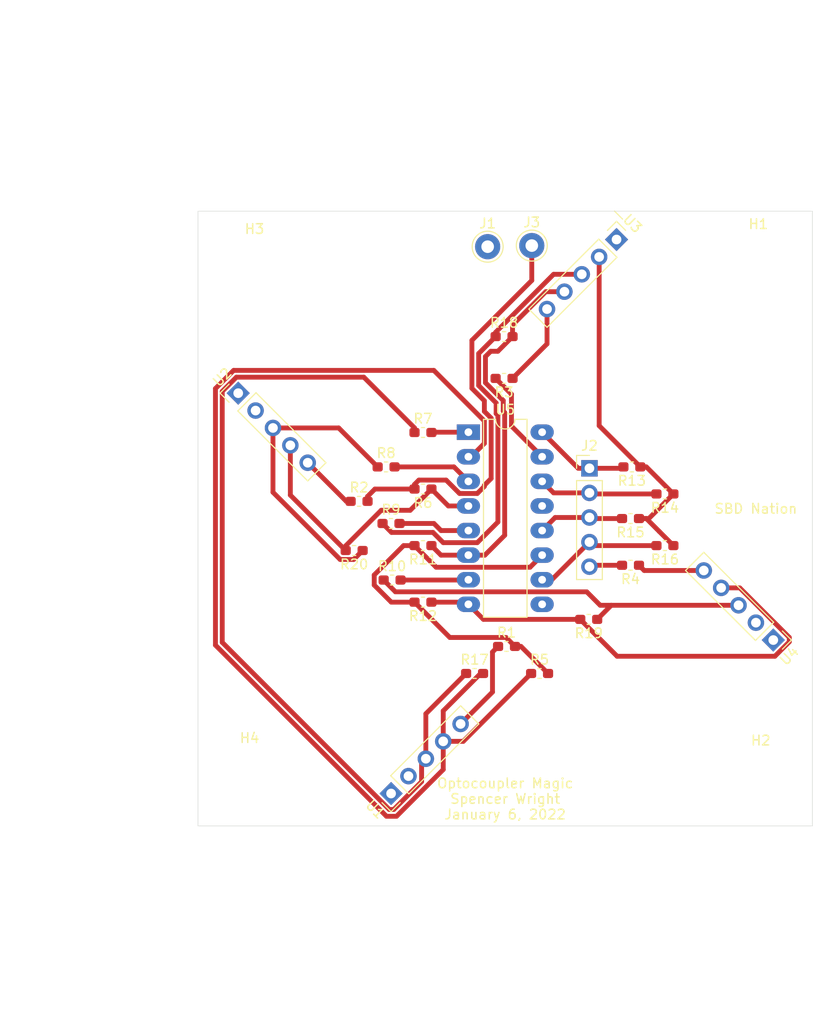
<source format=kicad_pcb>
(kicad_pcb (version 20211014) (generator pcbnew)
  (layers (0 "F.Cu" signal) (1 "In1.Cu" power "PWR") (2 "In2.Cu" power "GND") (31 "B.Cu" signal) (34 "B.Paste" user) (35 "F.Paste" user) (36 "B.SilkS" user "B.Silkscreen") (37 "F.SilkS" user "F.Silkscreen") (38 "B.Mask" user) (39 "F.Mask" user) (44 "Edge.Cuts" user))
  (net 0 "")
  (net 1 "VCC")
  (net 2 "GND")
  (net 3 "/INT_0")
  (net 4 "/INT_1")
  (net 5 "/INT_2")
  (net 6 "/INT_3")
  (net 7 "Net-(R1-Pad1)")
  (net 8 "Net-(R2-Pad1)")
  (net 9 "Net-(R3-Pad1)")
  (net 10 "Net-(R4-Pad1)")
  (net 11 "/OUT_1_N")
  (net 12 "/OUT_2_N")
  (net 13 "Net-(R7-Pad2)")
  (net 14 "/OUT_1_P")
  (net 15 "/OUT_2_P")
  (net 16 "Net-(R8-Pad2)")
  (net 17 "Net-(R9-Pad2)")
  (net 18 "/OUT_3_P")
  (net 19 "/OUT_4_P")
  (net 20 "Net-(R10-Pad2)")
  (net 21 "/OUT_3_N")
  (net 22 "/OUT_4_N")
  (footprint "Connector_PinHeader_2.54mm:PinHeader_1x05_P2.54mm_Vertical" (layer "F.Cu") (at 136.98 77.36)
    (fp_text reference "J2" (at 0 -2.33) (layer "F.SilkS"))
    (fp_text value "Conn_01x05_Male")
    (fp_line (start -1.33 1.27) (end -1.33 11.49) (layer "F.SilkS") (width 0.12))
    (fp_line (start -1.33 11.49) (end 1.33 11.49) (layer "F.SilkS") (width 0.12))
    (fp_line (start 1.33 1.27) (end 1.33 11.49) (layer "F.SilkS") (width 0.12))
    (fp_line (start -1.33 1.27) (end 1.33 1.27) (layer "F.SilkS") (width 0.12))
    (fp_line (start -1.33 0) (end -1.33 -1.33) (layer "F.SilkS") (width 0.12))
    (fp_line (start -1.33 -1.33) (end 0 -1.33) (layer "F.SilkS") (width 0.12))
    (pad "1" thru_hole rect locked (at 0 0) (size 1.7 1.7) (drill 1) (layers *.Cu *.Mask) (net 3 "/INT_0"))
    (pad "2" thru_hole oval locked (at 0 2.54) (size 1.7 1.7) (drill 1) (layers *.Cu *.Mask) (net 4 "/INT_1"))
    (pad "3" thru_hole oval locked (at 0 5.08) (size 1.7 1.7) (drill 1) (layers *.Cu *.Mask) (net 5 "/INT_2"))
    (pad "4" thru_hole oval locked (at 0 7.62) (size 1.7 1.7) (drill 1) (layers *.Cu *.Mask) (net 6 "/INT_3"))
    (pad "5" thru_hole oval locked (at 0 10.16) (size 1.7 1.7) (drill 1) (layers *.Cu *.Mask) (net 2 "GND"))
  )
  (footprint "Resistor_SMD:R_0603_1608Metric_Pad1.05x0.95mm_HandSolder" (layer "F.Cu") (at 128.411 95.758)
    (fp_text reference "R1" (at 0 -1.43) (layer "F.SilkS"))
    (fp_text value "DNI")
    (fp_line (start -0.171267 -0.51) (end 0.171267 -0.51) (layer "F.SilkS") (width 0.12))
    (fp_line (start -0.171267 0.51) (end 0.171267 0.51) (layer "F.SilkS") (width 0.12))
    (pad "1" smd roundrect locked (at -0.875 0) (size 1.05 0.95) (layers "F.Cu" "F.Paste" "F.Mask") (net 7 "Net-(R1-Pad1)"))
    (pad "2" smd roundrect locked (at 0.875 0) (size 1.05 0.95) (layers "F.Cu" "F.Paste" "F.Mask") (net 2 "GND"))
  )
  (footprint "Resistor_SMD:R_0603_1608Metric_Pad1.05x0.95mm_HandSolder" (layer "F.Cu") (at 113.171 80.772)
    (fp_text reference "R2" (at 0 -1.43) (layer "F.SilkS"))
    (fp_text value "DNI")
    (fp_line (start -0.171267 -0.51) (end 0.171267 -0.51) (layer "F.SilkS") (width 0.12))
    (fp_line (start -0.171267 0.51) (end 0.171267 0.51) (layer "F.SilkS") (width 0.12))
    (pad "1" smd roundrect locked (at -0.875 0) (size 1.05 0.95) (layers "F.Cu" "F.Paste" "F.Mask") (net 8 "Net-(R2-Pad1)"))
    (pad "2" smd roundrect locked (at 0.875 0) (size 1.05 0.95) (layers "F.Cu" "F.Paste" "F.Mask") (net 2 "GND"))
  )
  (footprint "Resistor_SMD:R_0603_1608Metric_Pad1.05x0.95mm_HandSolder" (layer "F.Cu") (at 128.157 68.072 180)
    (fp_text reference "R3" (at 0 -1.43) (layer "F.SilkS"))
    (fp_text value "DNI")
    (fp_line (start -0.171267 0.51) (end 0.171267 0.51) (layer "F.SilkS") (width 0.12))
    (fp_line (start -0.171267 -0.51) (end 0.171267 -0.51) (layer "F.SilkS") (width 0.12))
    (pad "1" smd roundrect locked (at -0.875 0 180) (size 1.05 0.95) (layers "F.Cu" "F.Paste" "F.Mask") (net 9 "Net-(R3-Pad1)"))
    (pad "2" smd roundrect locked (at 0.875 0 180) (size 1.05 0.95) (layers "F.Cu" "F.Paste" "F.Mask") (net 2 "GND"))
  )
  (footprint "Resistor_SMD:R_0603_1608Metric_Pad1.05x0.95mm_HandSolder" (layer "F.Cu") (at 141.224 87.376 180)
    (fp_text reference "R4" (at 0 -1.43) (layer "F.SilkS"))
    (fp_text value "DNI")
    (fp_line (start -0.171267 -0.51) (end 0.171267 -0.51) (layer "F.SilkS") (width 0.12))
    (fp_line (start -0.171267 0.51) (end 0.171267 0.51) (layer "F.SilkS") (width 0.12))
    (pad "1" smd roundrect locked (at -0.875 0 180) (size 1.05 0.95) (layers "F.Cu" "F.Paste" "F.Mask") (net 10 "Net-(R4-Pad1)"))
    (pad "2" smd roundrect locked (at 0.875 0 180) (size 1.05 0.95) (layers "F.Cu" "F.Paste" "F.Mask") (net 2 "GND"))
  )
  (footprint "Resistor_SMD:R_0603_1608Metric_Pad1.05x0.95mm_HandSolder" (layer "F.Cu") (at 131.826 98.552)
    (fp_text reference "R5" (at 0 -1.43) (layer "F.SilkS"))
    (fp_text value "DNI")
    (fp_line (start -0.171267 0.51) (end 0.171267 0.51) (layer "F.SilkS") (width 0.12))
    (fp_line (start -0.171267 -0.51) (end 0.171267 -0.51) (layer "F.SilkS") (width 0.12))
    (pad "1" smd roundrect locked (at -0.875 0) (size 1.05 0.95) (layers "F.Cu" "F.Paste" "F.Mask") (net 11 "/OUT_1_N"))
    (pad "2" smd roundrect locked (at 0.875 0) (size 1.05 0.95) (layers "F.Cu" "F.Paste" "F.Mask") (net 2 "GND"))
  )
  (footprint "Resistor_SMD:R_0603_1608Metric_Pad1.05x0.95mm_HandSolder" (layer "F.Cu") (at 119.775 79.502 180)
    (fp_text reference "R6" (at 0 -1.43) (layer "F.SilkS"))
    (fp_text value "DNI")
    (fp_line (start -0.171267 -0.51) (end 0.171267 -0.51) (layer "F.SilkS") (width 0.12))
    (fp_line (start -0.171267 0.51) (end 0.171267 0.51) (layer "F.SilkS") (width 0.12))
    (pad "1" smd roundrect locked (at -0.875 0 180) (size 1.05 0.95) (layers "F.Cu" "F.Paste" "F.Mask") (net 12 "/OUT_2_N"))
    (pad "2" smd roundrect locked (at 0.875 0 180) (size 1.05 0.95) (layers "F.Cu" "F.Paste" "F.Mask") (net 2 "GND"))
  )
  (footprint "Resistor_SMD:R_0603_1608Metric_Pad1.05x0.95mm_HandSolder" (layer "F.Cu") (at 119.775 73.66)
    (fp_text reference "R7" (at 0 -1.43) (layer "F.SilkS"))
    (fp_text value "1k")
    (fp_line (start -0.171267 -0.51) (end 0.171267 -0.51) (layer "F.SilkS") (width 0.12))
    (fp_line (start -0.171267 0.51) (end 0.171267 0.51) (layer "F.SilkS") (width 0.12))
    (pad "1" smd roundrect locked (at -0.875 0) (size 1.05 0.95) (layers "F.Cu" "F.Paste" "F.Mask") (net 14 "/OUT_1_P"))
    (pad "2" smd roundrect locked (at 0.875 0) (size 1.05 0.95) (layers "F.Cu" "F.Paste" "F.Mask") (net 13 "Net-(R7-Pad2)"))
  )
  (footprint "Resistor_SMD:R_0603_1608Metric_Pad1.05x0.95mm_HandSolder" (layer "F.Cu") (at 115.965 77.216)
    (fp_text reference "R8" (at 0 -1.43) (layer "F.SilkS"))
    (fp_text value "1k")
    (fp_line (start -0.171267 -0.51) (end 0.171267 -0.51) (layer "F.SilkS") (width 0.12))
    (fp_line (start -0.171267 0.51) (end 0.171267 0.51) (layer "F.SilkS") (width 0.12))
    (pad "1" smd roundrect locked (at -0.875 0) (size 1.05 0.95) (layers "F.Cu" "F.Paste" "F.Mask") (net 15 "/OUT_2_P"))
    (pad "2" smd roundrect locked (at 0.875 0) (size 1.05 0.95) (layers "F.Cu" "F.Paste" "F.Mask") (net 16 "Net-(R8-Pad2)"))
  )
  (footprint "Resistor_SMD:R_0603_1608Metric_Pad1.05x0.95mm_HandSolder" (layer "F.Cu") (at 116.473 83.058)
    (fp_text reference "R9" (at 0 -1.43) (layer "F.SilkS"))
    (fp_text value "1k")
    (fp_line (start -0.171267 0.51) (end 0.171267 0.51) (layer "F.SilkS") (width 0.12))
    (fp_line (start -0.171267 -0.51) (end 0.171267 -0.51) (layer "F.SilkS") (width 0.12))
    (pad "1" smd roundrect locked (at -0.875 0) (size 1.05 0.95) (layers "F.Cu" "F.Paste" "F.Mask") (net 18 "/OUT_3_P"))
    (pad "2" smd roundrect locked (at 0.875 0) (size 1.05 0.95) (layers "F.Cu" "F.Paste" "F.Mask") (net 17 "Net-(R9-Pad2)"))
  )
  (footprint "Resistor_SMD:R_0603_1608Metric_Pad1.05x0.95mm_HandSolder" (layer "F.Cu") (at 116.586 88.9)
    (fp_text reference "R10" (at 0 -1.43) (layer "F.SilkS"))
    (fp_text value "1k")
    (fp_line (start -0.171267 0.51) (end 0.171267 0.51) (layer "F.SilkS") (width 0.12))
    (fp_line (start -0.171267 -0.51) (end 0.171267 -0.51) (layer "F.SilkS") (width 0.12))
    (pad "1" smd roundrect locked (at -0.875 0) (size 1.05 0.95) (layers "F.Cu" "F.Paste" "F.Mask") (net 19 "/OUT_4_P"))
    (pad "2" smd roundrect locked (at 0.875 0) (size 1.05 0.95) (layers "F.Cu" "F.Paste" "F.Mask") (net 20 "Net-(R10-Pad2)"))
  )
  (footprint "Resistor_SMD:R_0603_1608Metric_Pad1.05x0.95mm_HandSolder" (layer "F.Cu") (at 119.775 85.344 180)
    (fp_text reference "R11" (at 0 -1.43) (layer "F.SilkS"))
    (fp_text value "DNI")
    (fp_line (start -0.171267 0.51) (end 0.171267 0.51) (layer "F.SilkS") (width 0.12))
    (fp_line (start -0.171267 -0.51) (end 0.171267 -0.51) (layer "F.SilkS") (width 0.12))
    (pad "1" smd roundrect locked (at -0.875 0 180) (size 1.05 0.95) (layers "F.Cu" "F.Paste" "F.Mask") (net 21 "/OUT_3_N"))
    (pad "2" smd roundrect locked (at 0.875 0 180) (size 1.05 0.95) (layers "F.Cu" "F.Paste" "F.Mask") (net 2 "GND"))
  )
  (footprint "Resistor_SMD:R_0603_1608Metric_Pad1.05x0.95mm_HandSolder" (layer "F.Cu") (at 119.775 91.186 180)
    (fp_text reference "R12" (at 0 -1.43) (layer "F.SilkS"))
    (fp_text value "DNI")
    (fp_line (start -0.171267 0.51) (end 0.171267 0.51) (layer "F.SilkS") (width 0.12))
    (fp_line (start -0.171267 -0.51) (end 0.171267 -0.51) (layer "F.SilkS") (width 0.12))
    (pad "1" smd roundrect locked (at -0.875 0 180) (size 1.05 0.95) (layers "F.Cu" "F.Paste" "F.Mask") (net 22 "/OUT_4_N"))
    (pad "2" smd roundrect locked (at 0.875 0 180) (size 1.05 0.95) (layers "F.Cu" "F.Paste" "F.Mask") (net 2 "GND"))
  )
  (footprint "Resistor_SMD:R_0603_1608Metric_Pad1.05x0.95mm_HandSolder" (layer "F.Cu") (at 141.365 77.216 180)
    (fp_text reference "R13" (at 0 -1.43) (layer "F.SilkS"))
    (fp_text value "10k")
    (fp_line (start -0.171267 -0.51) (end 0.171267 -0.51) (layer "F.SilkS") (width 0.12))
    (fp_line (start -0.171267 0.51) (end 0.171267 0.51) (layer "F.SilkS") (width 0.12))
    (pad "1" smd roundrect locked (at -0.875 0 180) (size 1.05 0.95) (layers "F.Cu" "F.Paste" "F.Mask") (net 1 "VCC"))
    (pad "2" smd roundrect locked (at 0.875 0 180) (size 1.05 0.95) (layers "F.Cu" "F.Paste" "F.Mask") (net 3 "/INT_0"))
  )
  (footprint "Resistor_SMD:R_0603_1608Metric_Pad1.05x0.95mm_HandSolder" (layer "F.Cu") (at 144.78 80.01 180)
    (fp_text reference "R14" (at 0 -1.43) (layer "F.SilkS"))
    (fp_text value "10k")
    (fp_line (start -0.171267 -0.51) (end 0.171267 -0.51) (layer "F.SilkS") (width 0.12))
    (fp_line (start -0.171267 0.51) (end 0.171267 0.51) (layer "F.SilkS") (width 0.12))
    (pad "1" smd roundrect locked (at -0.875 0 180) (size 1.05 0.95) (layers "F.Cu" "F.Paste" "F.Mask") (net 1 "VCC"))
    (pad "2" smd roundrect locked (at 0.875 0 180) (size 1.05 0.95) (layers "F.Cu" "F.Paste" "F.Mask") (net 4 "/INT_1"))
  )
  (footprint "Resistor_SMD:R_0603_1608Metric_Pad1.05x0.95mm_HandSolder" (layer "F.Cu") (at 141.224 82.55 180)
    (fp_text reference "R15" (at 0 -1.43) (layer "F.SilkS"))
    (fp_text value "10k")
    (fp_line (start -0.171267 -0.51) (end 0.171267 -0.51) (layer "F.SilkS") (width 0.12))
    (fp_line (start -0.171267 0.51) (end 0.171267 0.51) (layer "F.SilkS") (width 0.12))
    (pad "1" smd roundrect locked (at -0.875 0 180) (size 1.05 0.95) (layers "F.Cu" "F.Paste" "F.Mask") (net 1 "VCC"))
    (pad "2" smd roundrect locked (at 0.875 0 180) (size 1.05 0.95) (layers "F.Cu" "F.Paste" "F.Mask") (net 5 "/INT_2"))
  )
  (footprint "Resistor_SMD:R_0603_1608Metric_Pad1.05x0.95mm_HandSolder" (layer "F.Cu") (at 144.78 85.344 180)
    (fp_text reference "R16" (at 0 -1.43) (layer "F.SilkS"))
    (fp_text value "10k")
    (fp_line (start -0.171267 -0.51) (end 0.171267 -0.51) (layer "F.SilkS") (width 0.12))
    (fp_line (start -0.171267 0.51) (end 0.171267 0.51) (layer "F.SilkS") (width 0.12))
    (pad "1" smd roundrect locked (at -0.875 0 180) (size 1.05 0.95) (layers "F.Cu" "F.Paste" "F.Mask") (net 1 "VCC"))
    (pad "2" smd roundrect locked (at 0.875 0 180) (size 1.05 0.95) (layers "F.Cu" "F.Paste" "F.Mask") (net 6 "/INT_3"))
  )
  (footprint "Connector_PinHeader_2.54mm:PinHeader_1x05_P2.54mm_Vertical" (layer "F.Cu") (at 116.48 110.95 135)
    (fp_text reference "U1" (at 0 -2.33 135) (layer "F.SilkS"))
    (fp_text value "receiver_433MHz")
    (fp_line (start -1.33 11.49) (end 1.33 11.49) (layer "F.SilkS") (width 0.12))
    (fp_line (start -1.33 1.27) (end -1.33 11.49) (layer "F.SilkS") (width 0.12))
    (fp_line (start 1.33 1.27) (end 1.33 11.49) (layer "F.SilkS") (width 0.12))
    (fp_line (start -1.33 0) (end -1.33 -1.33) (layer "F.SilkS") (width 0.12))
    (fp_line (start -1.33 -1.33) (end 0 -1.33) (layer "F.SilkS") (width 0.12))
    (fp_line (start -1.33 1.27) (end 1.33 1.27) (layer "F.SilkS") (width 0.12))
    (pad "1" thru_hole rect locked (at 0 0 135) (size 1.7 1.7) (drill 1) (layers *.Cu *.Mask) (net 2 "GND"))
    (pad "2" thru_hole oval locked (at 0 2.54 135) (size 1.7 1.7) (drill 1) (layers *.Cu *.Mask) (net 1 "VCC"))
    (pad "3" thru_hole oval locked (at 0 5.08 135) (size 1.7 1.7) (drill 1) (layers *.Cu *.Mask) (net 14 "/OUT_1_P"))
    (pad "4" thru_hole oval locked (at 0 7.62 135) (size 1.7 1.7) (drill 1) (layers *.Cu *.Mask) (net 11 "/OUT_1_N"))
    (pad "5" thru_hole oval locked (at 0 10.16 135) (size 1.7 1.7) (drill 1) (layers *.Cu *.Mask) (net 7 "Net-(R1-Pad1)"))
  )
  (footprint "Connector_PinHeader_2.54mm:PinHeader_1x05_P2.54mm_Vertical" (layer "F.Cu") (at 100.68 69.6 45)
    (fp_text reference "U2" (at 0 -2.33 45) (layer "F.SilkS"))
    (fp_text value "receiver_433MHz")
    (fp_line (start -1.33 -1.33) (end 0 -1.33) (layer "F.SilkS") (width 0.12))
    (fp_line (start -1.33 1.27) (end -1.33 11.49) (layer "F.SilkS") (width 0.12))
    (fp_line (start -1.33 11.49) (end 1.33 11.49) (layer "F.SilkS") (width 0.12))
    (fp_line (start 1.33 1.27) (end 1.33 11.49) (layer "F.SilkS") (width 0.12))
    (fp_line (start -1.33 1.27) (end 1.33 1.27) (layer "F.SilkS") (width 0.12))
    (fp_line (start -1.33 0) (end -1.33 -1.33) (layer "F.SilkS") (width 0.12))
    (pad "1" thru_hole rect locked (at 0 0 45) (size 1.7 1.7) (drill 1) (layers *.Cu *.Mask) (net 2 "GND"))
    (pad "2" thru_hole oval locked (at 0 2.54 45) (size 1.7 1.7) (drill 1) (layers *.Cu *.Mask) (net 1 "VCC"))
    (pad "3" thru_hole oval locked (at 0 5.08 45) (size 1.7 1.7) (drill 1) (layers *.Cu *.Mask) (net 15 "/OUT_2_P"))
    (pad "4" thru_hole oval locked (at 0 7.62 45) (size 1.7 1.7) (drill 1) (layers *.Cu *.Mask) (net 12 "/OUT_2_N"))
    (pad "5" thru_hole oval locked (at 0 10.16 45) (size 1.7 1.7) (drill 1) (layers *.Cu *.Mask) (net 8 "Net-(R2-Pad1)"))
  )
  (footprint "Connector_PinHeader_2.54mm:PinHeader_1x05_P2.54mm_Vertical" (layer "F.Cu") (at 139.78 53.73 -45)
    (fp_text reference "U3" (at 0 -2.33 135) (layer "F.SilkS"))
    (fp_text value "receiver_433MHz")
    (fp_line (start -1.33 0) (end -1.33 -1.33) (layer "F.SilkS") (width 0.12))
    (fp_line (start 1.33 1.27) (end 1.33 11.49) (layer "F.SilkS") (width 0.12))
    (fp_line (start -1.33 11.49) (end 1.33 11.49) (layer "F.SilkS") (width 0.12))
    (fp_line (start -1.33 1.27) (end 1.33 1.27) (layer "F.SilkS") (width 0.12))
    (fp_line (start -1.33 1.27) (end -1.33 11.49) (layer "F.SilkS") (width 0.12))
    (fp_line (start -1.33 -1.33) (end 0 -1.33) (layer "F.SilkS") (width 0.12))
    (pad "1" thru_hole rect locked (at 0 0 315) (size 1.7 1.7) (drill 1) (layers *.Cu *.Mask) (net 2 "GND"))
    (pad "2" thru_hole oval locked (at 0 2.54 315) (size 1.7 1.7) (drill 1) (layers *.Cu *.Mask) (net 1 "VCC"))
    (pad "3" thru_hole oval locked (at 0 5.08 315) (size 1.7 1.7) (drill 1) (layers *.Cu *.Mask) (net 18 "/OUT_3_P"))
    (pad "4" thru_hole oval locked (at 0 7.62 315) (size 1.7 1.7) (drill 1) (layers *.Cu *.Mask) (net 21 "/OUT_3_N"))
    (pad "5" thru_hole oval locked (at 0 10.16 315) (size 1.7 1.7) (drill 1) (layers *.Cu *.Mask) (net 9 "Net-(R3-Pad1)"))
  )
  (footprint "Connector_PinHeader_2.54mm:PinHeader_1x05_P2.54mm_Vertical" (layer "F.Cu") (at 155.98 95.1 -135)
    (fp_text reference "U4" (at 0 -2.33 45) (layer "F.SilkS"))
    (fp_text value "receiver_433MHz")
    (fp_line (start -1.33 1.27) (end 1.33 1.27) (layer "F.SilkS") (width 0.12))
    (fp_line (start -1.33 1.27) (end -1.33 11.49) (layer "F.SilkS") (width 0.12))
    (fp_line (start -1.33 -1.33) (end 0 -1.33) (layer "F.SilkS") (width 0.12))
    (fp_line (start -1.33 0) (end -1.33 -1.33) (layer "F.SilkS") (width 0.12))
    (fp_line (start 1.33 1.27) (end 1.33 11.49) (layer "F.SilkS") (width 0.12))
    (fp_line (start -1.33 11.49) (end 1.33 11.49) (layer "F.SilkS") (width 0.12))
    (pad "1" thru_hole rect locked (at 0 0 225) (size 1.7 1.7) (drill 1) (layers *.Cu *.Mask) (net 2 "GND"))
    (pad "2" thru_hole oval locked (at 0 2.54 225) (size 1.7 1.7) (drill 1) (layers *.Cu *.Mask) (net 1 "VCC"))
    (pad "3" thru_hole oval locked (at 0 5.08 225) (size 1.7 1.7) (drill 1) (layers *.Cu *.Mask) (net 19 "/OUT_4_P"))
    (pad "4" thru_hole oval locked (at 0 7.62 225) (size 1.7 1.7) (drill 1) (layers *.Cu *.Mask) (net 22 "/OUT_4_N"))
    (pad "5" thru_hole oval locked (at 0 10.16 225) (size 1.7 1.7) (drill 1) (layers *.Cu *.Mask) (net 10 "Net-(R4-Pad1)"))
  )
  (footprint "Package_DIP:DIP-16_W7.62mm_LongPads" (layer "F.Cu") (at 124.47 73.63)
    (fp_text reference "U5" (at 3.81 -2.33) (layer "F.SilkS"))
    (fp_text value "PS2501-4")
    (fp_line (start 2.81 -1.33) (end 1.56 -1.33) (layer "F.SilkS") (width 0.12))
    (fp_line (start 1.56 -1.33) (end 1.56 19.11) (layer "F.SilkS") (width 0.12))
    (fp_line (start 6.06 19.11) (end 6.06 -1.33) (layer "F.SilkS") (width 0.12))
    (fp_line (start 6.06 -1.33) (end 4.81 -1.33) (layer "F.SilkS") (width 0.12))
    (fp_line (start 1.56 19.11) (end 6.06 19.11) (layer "F.SilkS") (width 0.12))
    (fp_arc (start 4.81 -1.33) (mid 3.81 -0.33) (end 2.81 -1.33) (layer "F.SilkS") (width 0.12))
    (pad "1" thru_hole rect locked (at 0 0) (size 2.4 1.6) (drill 0.8) (layers *.Cu *.Mask) (net 13 "Net-(R7-Pad2)"))
    (pad "2" thru_hole oval locked (at 0 2.54) (size 2.4 1.6) (drill 0.8) (layers *.Cu *.Mask) (net 11 "/OUT_1_N"))
    (pad "3" thru_hole oval locked (at 0 5.08) (size 2.4 1.6) (drill 0.8) (layers *.Cu *.Mask) (net 16 "Net-(R8-Pad2)"))
    (pad "4" thru_hole oval locked (at 0 7.62) (size 2.4 1.6) (drill 0.8) (layers *.Cu *.Mask) (net 12 "/OUT_2_N"))
    (pad "5" thru_hole oval locked (at 0 10.16) (size 2.4 1.6) (drill 0.8) (layers *.Cu *.Mask) (net 17 "Net-(R9-Pad2)"))
    (pad "6" thru_hole oval locked (at 0 12.7) (size 2.4 1.6) (drill 0.8) (layers *.Cu *.Mask) (net 21 "/OUT_3_N"))
    (pad "7" thru_hole oval locked (at 0 15.24) (size 2.4 1.6) (drill 0.8) (layers *.Cu *.Mask) (net 20 "Net-(R10-Pad2)"))
    (pad "8" thru_hole oval locked (at 0 17.78) (size 2.4 1.6) (drill 0.8) (layers *.Cu *.Mask) (net 22 "/OUT_4_N"))
    (pad "9" thru_hole oval locked (at 7.62 17.78) (size 2.4 1.6) (drill 0.8) (layers *.Cu *.Mask) (net 2 "GND"))
    (pad "10" thru_hole oval locked (at 7.62 15.24) (size 2.4 1.6) (drill 0.8) (layers *.Cu *.Mask) (net 6 "/INT_3"))
    (pad "11" thru_hole oval locked (at 7.62 12.7) (size 2.4 1.6) (drill 0.8) (layers *.Cu *.Mask) (net 2 "GND"))
    (pad "12" thru_hole oval locked (at 7.62 10.16) (size 2.4 1.6) (drill 0.8) (layers *.Cu *.Mask) (net 5 "/INT_2"))
    (pad "13" thru_hole oval locked (at 7.62 7.62) (size 2.4 1.6) (drill 0.8) (layers *.Cu *.Mask) (net 2 "GND"))
    (pad "14" thru_hole oval locked (at 7.62 5.08) (size 2.4 1.6) (drill 0.8) (layers *.Cu *.Mask) (net 4 "/INT_1"))
    (pad "15" thru_hole oval locked (at 7.62 2.54) (size 2.4 1.6) (drill 0.8) (layers *.Cu *.Mask) (net 2 "GND"))
    (pad "16" thru_hole oval locked (at 7.62 0) (size 2.4 1.6) (drill 0.8) (layers *.Cu *.Mask) (net 3 "/INT_0"))
  )
  (footprint "Connector_Pin:Pin_D1.3mm_L11.0mm" (layer "F.Cu") (at 126.46 54.47 180)
    (fp_text reference "J1" (at 0 2.4) (layer "F.SilkS"))
    (fp_text value "Conn_01x01_Male")
    (fp_circle (center 0 0) (end 1.6 0.05) (layer "F.SilkS") (width 0.12) (fill none))
    (pad "1" thru_hole circle locked (at 0 0 180) (size 2.6 2.6) (drill 1.3) (layers *.Cu *.Mask) (net 1 "VCC"))
  )
  (footprint "Connector_Pin:Pin_D1.3mm_L11.0mm" (layer "F.Cu") (at 131.02 54.356 180)
    (fp_text reference "J3" (at 0 2.4) (layer "F.SilkS"))
    (fp_text value "Conn_01x01_Male")
    (fp_circle (center 0 0) (end 1.6 0.05) (layer "F.SilkS") (width 0.12) (fill none))
    (pad "1" thru_hole circle locked (at 0 0 180) (size 2.6 2.6) (drill 1.3) (layers *.Cu *.Mask) (net 2 "GND"))
  )
  (footprint "Resistor_SMD:R_0603_1608Metric_Pad1.05x0.95mm_HandSolder" (layer "F.Cu") (at 125.109 98.552)
    (fp_text reference "R17" (at 0 -1.43) (layer "F.SilkS"))
    (fp_text value "DNI")
    (fp_line (start -0.171267 -0.51) (end 0.171267 -0.51) (layer "F.SilkS") (width 0.12))
    (fp_line (start -0.171267 0.51) (end 0.171267 0.51) (layer "F.SilkS") (width 0.12))
    (pad "1" smd roundrect locked (at -0.875 0) (size 1.05 0.95) (layers "F.Cu" "F.Paste" "F.Mask") (net 14 "/OUT_1_P"))
    (pad "2" smd roundrect locked (at 0.875 0) (size 1.05 0.95) (layers "F.Cu" "F.Paste" "F.Mask") (net 11 "/OUT_1_N"))
  )
  (footprint "Resistor_SMD:R_0603_1608Metric_Pad1.05x0.95mm_HandSolder" (layer "F.Cu") (at 128.157 63.754)
    (fp_text reference "R18" (at 0 -1.43) (layer "F.SilkS"))
    (fp_text value "DNI")
    (fp_line (start -0.171267 0.51) (end 0.171267 0.51) (layer "F.SilkS") (width 0.12))
    (fp_line (start -0.171267 -0.51) (end 0.171267 -0.51) (layer "F.SilkS") (width 0.12))
    (pad "1" smd roundrect locked (at -0.875 0) (size 1.05 0.95) (layers "F.Cu" "F.Paste" "F.Mask") (net 18 "/OUT_3_P"))
    (pad "2" smd roundrect locked (at 0.875 0) (size 1.05 0.95) (layers "F.Cu" "F.Paste" "F.Mask") (net 21 "/OUT_3_N"))
  )
  (footprint "Resistor_SMD:R_0603_1608Metric_Pad1.05x0.95mm_HandSolder" (layer "F.Cu") (at 136.906 92.964 180)
    (fp_text reference "R19" (at 0 -1.43) (layer "F.SilkS"))
    (fp_text value "DNI")
    (fp_line (start -0.171267 0.51) (end 0.171267 0.51) (layer "F.SilkS") (width 0.12))
    (fp_line (start -0.171267 -0.51) (end 0.171267 -0.51) (layer "F.SilkS") (width 0.12))
    (pad "1" smd roundrect locked (at -0.875 0 180) (size 1.05 0.95) (layers "F.Cu" "F.Paste" "F.Mask") (net 19 "/OUT_4_P"))
    (pad "2" smd roundrect locked (at 0.875 0 180) (size 1.05 0.95) (layers "F.Cu" "F.Paste" "F.Mask") (net 22 "/OUT_4_N"))
  )
  (footprint "Resistor_SMD:R_0603_1608Metric_Pad1.05x0.95mm_HandSolder" (layer "F.Cu") (at 112.663 85.852 180)
    (fp_text reference "R20" (at 0 -1.43) (layer "F.SilkS"))
    (fp_text value "DNI")
    (fp_line (start -0.171267 0.51) (end 0.171267 0.51) (layer "F.SilkS") (width 0.12))
    (fp_line (start -0.171267 -0.51) (end 0.171267 -0.51) (layer "F.SilkS") (width 0.12))
    (pad "1" smd roundrect locked (at -0.875 0 180) (size 1.05 0.95) (layers "F.Cu" "F.Paste" "F.Mask") (net 15 "/OUT_2_P"))
    (pad "2" smd roundrect locked (at 0.875 0 180) (size 1.05 0.95) (layers "F.Cu" "F.Paste" "F.Mask") (net 12 "/OUT_2_N"))
  )
  (footprint "MountingHole:MountingHole_3mm" (layer "F.Cu") (at 154.432 56.134)
    (fp_text reference "H1" (at 0 -4) (layer "F.SilkS"))
    (fp_text value "MountingHole")
    (pad "" np_thru_hole circle locked (at 0 0) (size 3 3) (drill 3) (layers *.Cu *.Mask))
  )
  (footprint "MountingHole:MountingHole_3mm" (layer "F.Cu") (at 154.686 109.474)
    (fp_text reference "H2" (at 0 -4) (layer "F.SilkS"))
    (fp_text value "MountingHole")
    (pad "" np_thru_hole circle locked (at 0 0) (size 3 3) (drill 3) (layers *.Cu *.Mask))
  )
  (footprint "MountingHole:MountingHole_3mm" (layer "F.Cu") (at 102.362 56.642)
    (fp_text reference "H3" (at 0 -4) (layer "F.SilkS"))
    (fp_text value "MountingHole")
    (pad "" np_thru_hole circle locked (at 0 0) (size 3 3) (drill 3) (layers *.Cu *.Mask))
  )
  (footprint "MountingHole:MountingHole_3mm" (layer "F.Cu") (at 101.854 109.22)
    (fp_text reference "H4" (at 0 -4) (layer "F.SilkS"))
    (fp_text value "MountingHole")
    (pad "" np_thru_hole circle locked (at 0 0) (size 3 3) (drill 3) (layers *.Cu *.Mask))
  )
  (gr_line (start 140.4 51.62) (end 139.57 50.79) (layer "F.SilkS") (width 0.12))
  (gr_line (start 96.52 114.3) (end 96.52 50.8) (layer "Edge.Cuts") (width 0.05))
  (gr_line (start 160.02 50.8) (end 160.02 114.3) (layer "Edge.Cuts") (width 0.05))
  (gr_line (start 96.52 50.8) (end 160.02 50.8) (layer "Edge.Cuts") (width 0.05))
  (gr_line (start 160.02 114.3) (end 96.52 114.3) (layer "Edge.Cuts") (width 0.05))
  (gr_text "SBD Nation" (at 154.178 81.534) (layer "F.SilkS") (effects (font (size 1 1))))
  (gr_text "Optocoupler Magic\nSpencer Wright\nJanuary 6, 2022" (at 128.27 111.506) (layer "F.SilkS") (effects (font (size 1 1))))
  (segment (start 144.0745 78.4295) (end 142.861 77.216) (width 0.5) (layer "F.Cu") (net 1))
  (segment (start 144.2015 83.8905) (end 145.655 85.344) (width 0.5) (layer "F.Cu") (net 1))
  (segment (start 142.861 77.216) (end 142.24 77.216) (width 0.5) (layer "F.Cu") (net 1))
  (segment (start 142.099 82.55) (end 143.115 82.55) (width 0.5) (layer "F.Cu") (net 1))
  (segment (start 143.115 82.55) (end 145.655 80.01) (width 0.5) (layer "F.Cu") (net 1))
  (segment (start 142.099 82.55) (end 142.861 82.55) (width 0.5) (layer "F.Cu") (net 1))
  (segment (start 137.983949 72.959949) (end 142.24 77.216) (width 0.5) (layer "F.Cu") (net 1))
  (segment (start 142.861 82.55) (end 144.2015 83.8905) (width 0.5) (layer "F.Cu") (net 1))
  (segment (start 145.655 80.01) (end 144.0745 78.4295) (width 0.5) (layer "F.Cu") (net 1))
  (segment (start 137.983949 55.526051) (end 137.983949 72.959949) (width 0.5) (layer "F.Cu") (net 1))
  (segment (start 119.35001 78.57699) (end 122.169209 78.57699) (width 0.5) (layer "F.Cu") (net 2))
  (segment (start 126.12001 71.480046) (end 126.820011 72.180046) (width 0.5) (layer "F.Cu") (net 2))
  (segment (start 128.920041 69.710041) (end 128.920041 73.000041) (width 0.5) (layer "F.Cu") (net 2))
  (segment (start 130.83999 87.58001) (end 132.09 86.33) (width 0.5) (layer "F.Cu") (net 2))
  (segment (start 114.046 80.264) (end 114.808 79.502) (width 0.5) (layer "F.Cu") (net 2))
  (segment (start 126.820011 78.411989) (end 126.12001 79.11199) (width 0.5) (layer "F.Cu") (net 2))
  (segment (start 129.907 95.758) (end 132.701 98.552) (width 0.5) (layer "F.Cu") (net 2))
  (segment (start 114.046 80.772) (end 114.046 80.264) (width 0.5) (layer "F.Cu") (net 2))
  (segment (start 129.907 95.758) (end 129.286 95.758) (width 0.5) (layer "F.Cu") (net 2))
  (segment (start 126.820011 72.180046) (end 126.820011 78.411989) (width 0.5) (layer "F.Cu") (net 2))
  (segment (start 114.73599 88.377722) (end 117.769712 85.344) (width 0.5) (layer "F.Cu") (net 2))
  (segment (start 126.12001 70.387223) (end 124.831979 69.099193) (width 0.5) (layer "F.Cu") (net 2))
  (segment (start 118.9 79.502) (end 118.9 79.027) (width 0.5) (layer "F.Cu") (net 2))
  (segment (start 118.9 91.186) (end 116.499712 91.186) (width 0.5) (layer "F.Cu") (net 2))
  (segment (start 114.73599 89.422278) (end 114.73599 88.377722) (width 0.5) (layer "F.Cu") (net 2))
  (segment (start 124.831979 69.099193) (end 124.831979 64.144021) (width 0.5) (layer "F.Cu") (net 2))
  (segment (start 127.282 68.072) (end 128.920041 69.710041) (width 0.5) (layer "F.Cu") (net 2))
  (segment (start 125.387771 79.96001) (end 126.12001 79.227771) (width 0.5) (layer "F.Cu") (net 2))
  (segment (start 118.9 79.027) (end 119.35001 78.57699) (width 0.5) (layer "F.Cu") (net 2))
  (segment (start 126.12001 79.11199) (end 126.12001 79.227771) (width 0.5) (layer "F.Cu") (net 2))
  (segment (start 121.13601 87.58001) (end 130.83999 87.58001) (width 0.5) (layer "F.Cu") (net 2))
  (segment (start 124.831979 64.144021) (end 131.02 57.956) (width 0.5) (layer "F.Cu") (net 2))
  (segment (start 117.769712 85.344) (end 118.9 85.344) (width 0.5) (layer "F.Cu") (net 2))
  (segment (start 128.36099 94.83299) (end 122.54699 94.83299) (width 0.5) (layer "F.Cu") (net 2))
  (segment (start 114.808 79.502) (end 118.9 79.502) (width 0.5) (layer "F.Cu") (net 2))
  (segment (start 116.499712 91.186) (end 114.73599 89.422278) (width 0.5) (layer "F.Cu") (net 2))
  (segment (start 126.12001 70.387223) (end 126.12001 71.480046) (width 0.5) (layer "F.Cu") (net 2))
  (segment (start 122.54699 94.83299) (end 120.37401 92.66001) (width 0.5) (layer "F.Cu") (net 2))
  (segment (start 129.286 95.758) (end 128.36099 94.83299) (width 0.5) (layer "F.Cu") (net 2))
  (segment (start 128.920041 73.000041) (end 132.09 76.17) (width 0.5) (layer "F.Cu") (net 2))
  (segment (start 131.02 57.956) (end 131.02 54.356) (width 0.5) (layer "F.Cu") (net 2))
  (segment (start 140.349 87.376) (end 137.124 87.376) (width 0.5) (layer "F.Cu") (net 2))
  (segment (start 137.124 87.376) (end 136.98 87.52) (width 0.5) (layer "F.Cu") (net 2))
  (segment (start 122.169209 78.57699) (end 123.552229 79.96001) (width 0.5) (layer "F.Cu") (net 2))
  (segment (start 118.9 85.344) (end 121.13601 87.58001) (width 0.5) (layer "F.Cu") (net 2))
  (segment (start 123.552229 79.96001) (end 125.387771 79.96001) (width 0.5) (layer "F.Cu") (net 2))
  (segment (start 120.37401 92.66001) (end 118.9 91.186) (width 0.5) (layer "F.Cu") (net 2))
  (segment (start 136.98 77.36) (end 135.82 77.36) (width 0.5) (layer "F.Cu") (net 3))
  (segment (start 135.82 77.36) (end 132.09 73.63) (width 0.5) (layer "F.Cu") (net 3))
  (segment (start 140.346 77.36) (end 140.49 77.216) (width 0.5) (layer "F.Cu") (net 3))
  (segment (start 136.98 77.36) (end 140.346 77.36) (width 0.5) (layer "F.Cu") (net 3))
  (segment (start 143.905 80.01) (end 137.09 80.01) (width 0.5) (layer "F.Cu") (net 4))
  (segment (start 133.28 79.9) (end 132.09 78.71) (width 0.5) (layer "F.Cu") (net 4))
  (segment (start 137.09 80.01) (end 136.98 79.9) (width 0.5) (layer "F.Cu") (net 4))
  (segment (start 136.98 79.9) (end 133.28 79.9) (width 0.5) (layer "F.Cu") (net 4))
  (segment (start 137.09 82.55) (end 136.98 82.44) (width 0.5) (layer "F.Cu") (net 5))
  (segment (start 140.349 82.55) (end 137.09 82.55) (width 0.5) (layer "F.Cu") (net 5))
  (segment (start 133.44 82.44) (end 132.09 83.79) (width 0.5) (layer "F.Cu") (net 5))
  (segment (start 136.98 82.44) (end 133.44 82.44) (width 0.5) (layer "F.Cu") (net 5))
  (segment (start 143.905 85.344) (end 137.344 85.344) (width 0.5) (layer "F.Cu") (net 6))
  (segment (start 137.344 85.344) (end 136.98 84.98) (width 0.5) (layer "F.Cu") (net 6))
  (segment (start 133.09 88.87) (end 136.98 84.98) (width 0.5) (layer "F.Cu") (net 6))
  (segment (start 132.09 88.87) (end 133.09 88.87) (width 0.5) (layer "F.Cu") (net 6))
  (segment (start 126.95901 100.47099) (end 126.95901 96.33499) (width 0.5) (layer "F.Cu") (net 7))
  (segment (start 123.664205 103.765795) (end 126.95901 100.47099) (width 0.5) (layer "F.Cu") (net 7))
  (segment (start 126.95901 96.33499) (end 127.536 95.758) (width 0.5) (layer "F.Cu") (net 7))
  (segment (start 111.852 80.772) (end 112.296 80.772) (width 0.5) (layer "F.Cu") (net 8))
  (segment (start 107.864205 76.784205) (end 111.852 80.772) (width 0.5) (layer "F.Cu") (net 8))
  (segment (start 132.595795 64.508205) (end 129.032 68.072) (width 0.5) (layer "F.Cu") (net 9))
  (segment (start 132.595795 60.914205) (end 132.595795 64.508205) (width 0.5) (layer "F.Cu") (net 9))
  (segment (start 148.795795 87.915795) (end 142.638795 87.915795) (width 0.5) (layer "F.Cu") (net 10))
  (segment (start 142.638795 87.915795) (end 142.099 87.376) (width 0.5) (layer "F.Cu") (net 10))
  (segment (start 125.731288 98.552) (end 125.984 98.552) (width 0.5) (layer "F.Cu") (net 11))
  (segment (start 130.951 98.552) (end 123.941154 105.561846) (width 0.5) (layer "F.Cu") (net 11))
  (segment (start 124.740002 76.17) (end 126.120001 74.790001) (width 0.5) (layer "F.Cu") (net 11))
  (segment (start 121.868154 105.561846) (end 121.868154 102.415134) (width 0.5) (layer "F.Cu") (net 11))
  (segment (start 98.327898 69.123645) (end 98.327898 95.626355) (width 0.5) (layer "F.Cu") (net 11))
  (segment (start 116.003645 113.302102) (end 117.041863 113.302102) (width 0.5) (layer "F.Cu") (net 11))
  (segment (start 126.120001 74.790001) (end 126.120001 72.469999) (width 0.5) (layer "F.Cu") (net 11))
  (segment (start 121.868154 102.415134) (end 125.731288 98.552) (width 0.5) (layer "F.Cu") (net 11))
  (segment (start 124.47 76.17) (end 124.740002 76.17) (width 0.5) (layer "F.Cu") (net 11))
  (segment (start 98.327898 95.626355) (end 116.003645 113.302102) (width 0.5) (layer "F.Cu") (net 11))
  (segment (start 120.8979 67.247898) (end 100.203645 67.247898) (width 0.5) (layer "F.Cu") (net 11))
  (segment (start 126.120001 72.469999) (end 120.8979 67.247898) (width 0.5) (layer "F.Cu") (net 11))
  (segment (start 123.941154 105.561846) (end 121.868154 105.561846) (width 0.5) (layer "F.Cu") (net 11))
  (segment (start 100.203645 67.247898) (end 98.327898 69.123645) (width 0.5) (layer "F.Cu") (net 11))
  (segment (start 117.041863 113.302102) (end 121.868154 108.475811) (width 0.5) (layer "F.Cu") (net 11))
  (segment (start 121.868154 108.475811) (end 121.868154 105.561846) (width 0.5) (layer "F.Cu") (net 11))
  (segment (start 115.461702 81.69701) (end 111.788 85.370712) (width 0.5) (layer "F.Cu") (net 12))
  (segment (start 124.47 81.25) (end 122.398 81.25) (width 0.5) (layer "F.Cu") (net 12))
  (segment (start 111.788 85.370712) (end 111.788 85.852) (width 0.5) (layer "F.Cu") (net 12))
  (segment (start 120.65 79.502) (end 118.45499 81.69701) (width 0.5) (layer "F.Cu") (net 12))
  (segment (start 122.398 81.25) (end 120.65 79.502) (width 0.5) (layer "F.Cu") (net 12))
  (segment (start 106.068154 80.132154) (end 111.788 85.852) (width 0.5) (layer "F.Cu") (net 12))
  (segment (start 106.068154 74.988154) (end 106.068154 80.132154) (width 0.5) (layer "F.Cu") (net 12))
  (segment (start 118.45499 81.69701) (end 115.461702 81.69701) (width 0.5) (layer "F.Cu") (net 12))
  (segment (start 120.68 73.63) (end 120.65 73.66) (width 0.5) (layer "F.Cu") (net 13))
  (segment (start 124.47 73.63) (end 120.68 73.63) (width 0.5) (layer "F.Cu") (net 13))
  (segment (start 118.9 73.185) (end 113.662908 67.947908) (width 0.5) (layer "F.Cu") (net 14))
  (segment (start 116.293598 112.602092) (end 116.75191 112.602092) (width 0.5) (layer "F.Cu") (net 14))
  (segment (start 119.634 109.720002) (end 119.634 107.796) (width 0.5) (layer "F.Cu") (net 14))
  (segment (start 99.027908 69.413598) (end 99.027908 95.336402) (width 0.5) (layer "F.Cu") (net 14))
  (segment (start 99.027908 95.336402) (end 116.293598 112.602092) (width 0.5) (layer "F.Cu") (net 14))
  (segment (start 119.634 107.796) (end 120.072102 107.357898) (width 0.5) (layer "F.Cu") (net 14))
  (segment (start 118.9 73.66) (end 118.9 73.185) (width 0.5) (layer "F.Cu") (net 14))
  (segment (start 116.75191 112.602092) (end 119.634 109.720002) (width 0.5) (layer "F.Cu") (net 14))
  (segment (start 120.072102 107.357898) (end 120.072102 102.713898) (width 0.5) (layer "F.Cu") (net 14))
  (segment (start 120.072102 102.713898) (end 124.234 98.552) (width 0.5) (layer "F.Cu") (net 14))
  (segment (start 100.493598 67.947908) (end 99.027908 69.413598) (width 0.5) (layer "F.Cu") (net 14))
  (segment (start 113.662908 67.947908) (end 100.493598 67.947908) (width 0.5) (layer "F.Cu") (net 14))
  (segment (start 113.538 85.852) (end 112.61299 86.77701) (width 0.5) (layer "F.Cu") (net 15))
  (segment (start 104.272102 79.83339) (end 104.272102 73.192102) (width 0.5) (layer "F.Cu") (net 15))
  (segment (start 104.272102 73.192102) (end 111.066102 73.192102) (width 0.5) (layer "F.Cu") (net 15))
  (segment (start 111.066102 73.192102) (end 115.09 77.216) (width 0.5) (layer "F.Cu") (net 15))
  (segment (start 111.215722 86.77701) (end 104.272102 79.83339) (width 0.5) (layer "F.Cu") (net 15))
  (segment (start 112.61299 86.77701) (end 111.215722 86.77701) (width 0.5) (layer "F.Cu") (net 15))
  (segment (start 122.976 77.216) (end 116.84 77.216) (width 0.5) (layer "F.Cu") (net 16))
  (segment (start 124.47 78.71) (end 122.976 77.216) (width 0.5) (layer "F.Cu") (net 16))
  (segment (start 117.348 83.058) (end 120.904 83.058) (width 0.5) (layer "F.Cu") (net 17))
  (segment (start 120.904 83.058) (end 121.636 83.79) (width 0.5) (layer "F.Cu") (net 17))
  (segment (start 121.636 83.79) (end 124.47 83.79) (width 0.5) (layer "F.Cu") (net 17))
  (segment (start 127.520021 71.890093) (end 127.520021 82.90776) (width 0.5) (layer "F.Cu") (net 18))
  (segment (start 121.87001 85.04001) (end 120.81301 83.98301) (width 0.5) (layer "F.Cu") (net 18))
  (segment (start 127.282 63.754) (end 125.531989 65.504011) (width 0.5) (layer "F.Cu") (net 18))
  (segment (start 127.33475 70.612) (end 127.33475 71.704822) (width 0.5) (layer "F.Cu") (net 18))
  (segment (start 133.273934 57.322102) (end 127.282 63.314036) (width 0.5) (layer "F.Cu") (net 18))
  (segment (start 127.520021 82.90776) (end 125.387771 85.04001) (width 0.5) (layer "F.Cu") (net 18))
  (segment (start 127.33475 71.704822) (end 127.520021 71.890093) (width 0.5) (layer "F.Cu") (net 18))
  (segment (start 125.531989 65.504011) (end 125.531989 68.80924) (width 0.5) (layer "F.Cu") (net 18))
  (segment (start 136.187898 57.322102) (end 133.273934 57.322102) (width 0.5) (layer "F.Cu") (net 18))
  (segment (start 120.81301 83.98301) (end 116.52301 83.98301) (width 0.5) (layer "F.Cu") (net 18))
  (segment (start 127.282 63.314036) (end 127.282 63.754) (width 0.5) (layer "F.Cu") (net 18))
  (segment (start 116.52301 83.98301) (end 115.598 83.058) (width 0.5) (layer "F.Cu") (net 18))
  (segment (start 125.531989 68.80924) (end 127.33475 70.612) (width 0.5) (layer "F.Cu") (net 18))
  (segment (start 125.387771 85.04001) (end 121.87001 85.04001) (width 0.5) (layer "F.Cu") (net 18))
  (segment (start 138.089878 91.507898) (end 136.70199 90.12001) (width 0.5) (layer "F.Cu") (net 19))
  (segment (start 139.237102 91.507898) (end 138.089878 91.507898) (width 0.5) (layer "F.Cu") (net 19))
  (segment (start 152.387898 91.507898) (end 139.237102 91.507898) (width 0.5) (layer "F.Cu") (net 19))
  (segment (start 116.93101 90.12001) (end 115.711 88.9) (width 0.5) (layer "F.Cu") (net 19))
  (segment (start 139.237102 91.507898) (end 137.781 92.964) (width 0.5) (layer "F.Cu") (net 19))
  (segment (start 136.70199 90.12001) (end 116.93101 90.12001) (width 0.5) (layer "F.Cu") (net 19))
  (segment (start 124.44 88.9) (end 124.47 88.87) (width 0.5) (layer "F.Cu") (net 20))
  (segment (start 117.461 88.9) (end 124.44 88.9) (width 0.5) (layer "F.Cu") (net 20))
  (segment (start 128.070712 70.358) (end 128.070712 71.450821) (width 0.5) (layer "F.Cu") (net 21))
  (segment (start 127.514001 65.271999) (end 126.777999 65.271999) (width 0.5) (layer "F.Cu") (net 21))
  (segment (start 124.47 86.33) (end 121.636 86.33) (width 0.5) (layer "F.Cu") (net 21))
  (segment (start 128.220031 71.60014) (end 128.220031 84.279969) (width 0.5) (layer "F.Cu") (net 21))
  (segment (start 126.231999 65.817999) (end 126.231999 68.519287) (width 0.5) (layer "F.Cu") (net 21))
  (segment (start 129.032 62.553998) (end 129.032 63.754) (width 0.5) (layer "F.Cu") (net 21))
  (segment (start 132.467844 59.118154) (end 129.032 62.553998) (width 0.5) (layer "F.Cu") (net 21))
  (segment (start 128.070712 71.450821) (end 128.220031 71.60014) (width 0.5) (layer "F.Cu") (net 21))
  (segment (start 126.231999 68.519287) (end 128.070712 70.358) (width 0.5) (layer "F.Cu") (net 21))
  (segment (start 126.17 86.33) (end 124.47 86.33) (width 0.5) (layer "F.Cu") (net 21))
  (segment (start 134.391846 59.118154) (end 132.467844 59.118154) (width 0.5) (layer "F.Cu") (net 21))
  (segment (start 121.636 86.33) (end 120.65 85.344) (width 0.5) (layer "F.Cu") (net 21))
  (segment (start 128.220031 84.279969) (end 126.17 86.33) (width 0.5) (layer "F.Cu") (net 21))
  (segment (start 126.777999 65.271999) (end 126.231999 65.817999) (width 0.5) (layer "F.Cu") (net 21))
  (segment (start 129.032 63.754) (end 127.514001 65.271999) (width 0.5) (layer "F.Cu") (net 21))
  (segment (start 120.65 91.186) (end 124.246 91.186) (width 0.5) (layer "F.Cu") (net 22))
  (segment (start 157.632092 95.286402) (end 156.144494 96.774) (width 0.5) (layer "F.Cu") (net 22))
  (segment (start 156.144494 96.774) (end 139.841 96.774) (width 0.5) (layer "F.Cu") (net 22))
  (segment (start 152.515848 89.711846) (end 157.632092 94.82809) (width 0.5) (layer "F.Cu") (net 22))
  (segment (start 150.591846 89.711846) (end 152.515848 89.711846) (width 0.5) (layer "F.Cu") (net 22))
  (segment (start 157.632092 94.82809) (end 157.632092 95.286402) (width 0.5) (layer "F.Cu") (net 22))
  (segment (start 139.841 96.774) (end 136.031 92.964) (width 0.5) (layer "F.Cu") (net 22))
  (segment (start 124.246 91.186) (end 124.47 91.41) (width 0.5) (layer "F.Cu") (net 22))
  (segment (start 136.031 92.964) (end 126.024 92.964) (width 0.5) (layer "F.Cu") (net 22))
  (segment (start 126.024 92.964) (end 124.47 91.41) (width 0.5) (layer "F.Cu") (net 22))
)
</source>
